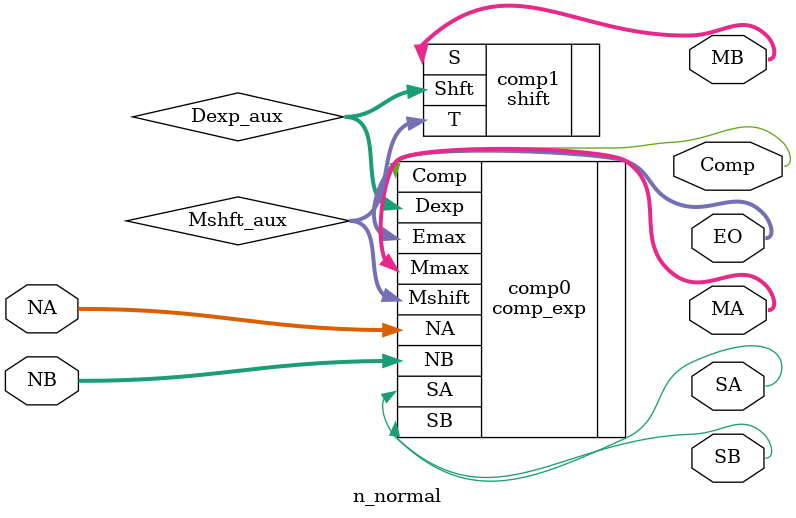
<source format=v>
module n_normal (
    input  wire [36:0] NA,
    input  wire [36:0] NB,
    output wire        Comp,
    output wire        SA,
    output wire        SB,
    output wire [7:0]  EO,
    output wire [27:0] MA,
    output wire [27:0] MB
);

// Internal signals
wire [27:0] Mshft_aux;
wire [4:0]  Dexp_aux;

// Component instantiation: comp_exp
comp_exp comp0 (
    .NA (NA),
    .NB (NB),
    .SA      (SA),
    .SB      (SB),
    .Emax    (EO),
    .Mmax    (MA),
    .Mshift   (Mshft_aux),
    .Dexp    (Dexp_aux),
    .Comp    (Comp)
);

// Component instantiation: shift
shift comp1 (
    .T    (Mshft_aux),
    .Shft (Dexp_aux),
    .S    (MB)
);

endmodule

</source>
